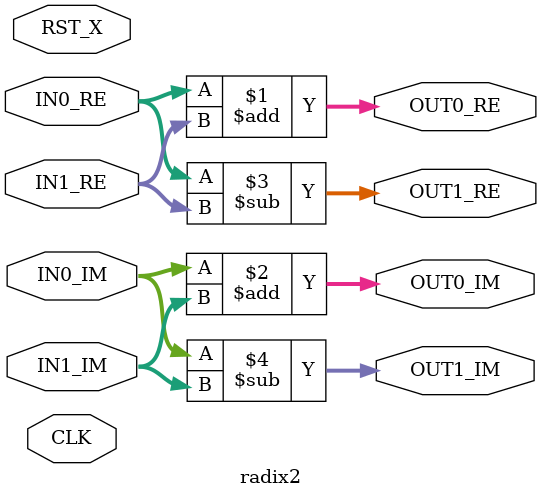
<source format=v>
module radix2
  (
   input		CLK,
   input		RST_X,
   input signed [32:0] IN0_RE,
   input signed [32:0] IN0_IM,
   input signed [32:0] IN1_RE,
   input signed [32:0] IN1_IM,

   output signed [32:0] OUT0_RE,
   output signed [32:0] OUT0_IM,
   output signed [32:0] OUT1_RE,
   output signed [32:0] OUT1_IM
   );
	
	//wire[32:0] WX1_RE, WX1_IM;
	assign OUT0_RE = IN0_RE + IN1_RE;
	assign OUT0_IM = IN0_IM + IN1_IM;
	assign OUT1_RE = IN0_RE - IN1_RE;
	assign OUT1_IM = IN0_IM - IN1_IM;
	
	/*
	assign WX1_RE = IN0_RE - IN1_RE;
	assign WX1_IM = IN0_IM - IN1_IM;

	//OUT1_RE
	always @(posedge CLK or negedge RST_X) begin
		if(!RST_X) 
			OUT1_RE <= 33'b0;
		else if(WX1_RE[32] == 1) //½](±±ÅKv©H)
			OUT1_RE <= ~WX1_RE + 33'b1;
		else //»ÌÜÜ
			OUT1_RE <= WX1_RE;
	end
	
	//OUT1_IM
	always @(posedge CLK or negedge RST_X) begin
		if(!RST_X) 
			OUT1_IM <= 33'b0;
		else if(WX1_IM[32] == 1)
			OUT1_IM <= ~WX1_IM + 33'b1;
		else //»ÌÜÜ
			OUT1_IM <= WX1_IM;
	end
	*/
	
endmodule
</source>
